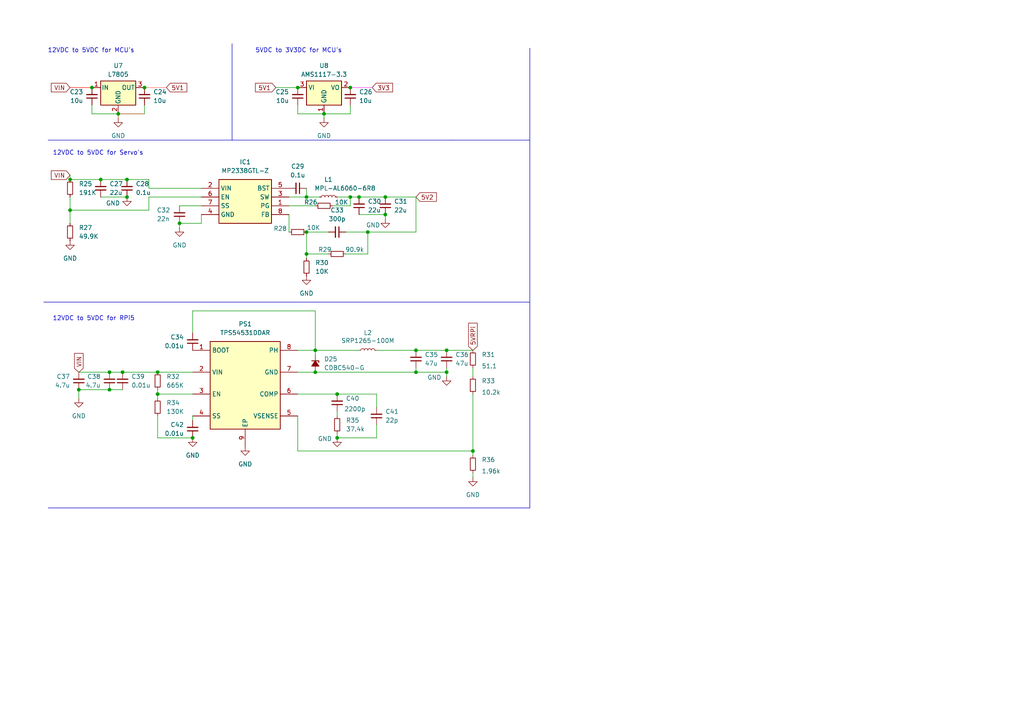
<source format=kicad_sch>
(kicad_sch (version 20231120) (generator "eeschema") (generator_version "8.0")
  (paper "A4")
  (lib_symbols
    (symbol "Device:C_Small" (pin_numbers hide) (pin_names (offset 0.254) hide)
      (property "Reference" "C" (at 0.254 1.778 0))
      (property "Value" "C_Small" (at 0.254 -2.032 0))
      (symbol "C_Small_0_1"
        (polyline (pts (xy -1.524 -0.508) (xy 1.524 -0.508)) (stroke (width 0.3302)))
        (polyline (pts (xy -1.524 0.508) (xy 1.524 0.508)) (stroke (width 0.3048)))
      )
      (symbol "C_Small_1_1"
        (pin passive line (at 0 2.54 270) (length 2.032) (name "~") (number "1"))
        (pin passive line (at 0 -2.54 90) (length 2.032) (name "~") (number "2"))
      )
    )
    (symbol "Device:D_Zener_Small_Filled" (pin_numbers hide) (pin_names (offset 0.254) hide)
      (property "Reference" "D" (at 0 2.286 0))
      (property "Value" "D_Zener_Small_Filled" (at 0 -2.286 0))
      (symbol "D_Zener_Small_Filled_0_1"
        (polyline (pts (xy 0.762 0) (xy -0.762 0)))
        (polyline (pts (xy -0.254 1.016) (xy -0.762 1.016) (xy -0.762 -1.016)) (stroke (width 0.254)))
        (polyline (pts (xy 0.762 1.016) (xy -0.762 0) (xy 0.762 -1.016) (xy 0.762 1.016)) (stroke (width 0.254)) (fill (type outline)))
      )
      (symbol "D_Zener_Small_Filled_1_1"
        (pin passive line (at -2.54 0 0) (length 1.778) (name "K") (number "1"))
        (pin passive line (at 2.54 0 180) (length 1.778) (name "A") (number "2"))
      )
    )
    (symbol "Device:L_Small" (pin_numbers hide) (pin_names (offset 0.254) hide)
      (property "Reference" "L" (at 0.762 1.016 0))
      (property "Value" "L_Small" (at 0.762 -1.016 0))
      (symbol "L_Small_0_1"
        (arc (start 0 -2.032) (mid 0.5058 -1.524) (end 0 -1.016))
        (arc (start 0 -1.016) (mid 0.5058 -0.508) (end 0 0))
        (arc (start 0 0) (mid 0.5058 0.508) (end 0 1.016))
        (arc (start 0 1.016) (mid 0.5058 1.524) (end 0 2.032))
      )
      (symbol "L_Small_1_1"
        (pin passive line (at 0 2.54 270) (length 0.508) (name "~") (number "1"))
        (pin passive line (at 0 -2.54 90) (length 0.508) (name "~") (number "2"))
      )
    )
    (symbol "Device:R_Small" (pin_numbers hide) (pin_names (offset 0.254) hide)
      (property "Reference" "R" (at 0.762 0.508 0))
      (property "Value" "R_Small" (at 0.762 -1.016 0))
      (symbol "R_Small_0_1"
        (rectangle (start -0.762 1.778) (end 0.762 -1.778) (stroke (width 0.2032)))
      )
      (symbol "R_Small_1_1"
        (pin passive line (at 0 2.54 270) (length 0.762) (name "~") (number "1"))
        (pin passive line (at 0 -2.54 90) (length 0.762) (name "~") (number "2"))
      )
    )
    (symbol "MP2338GTL-Z:MP2338GTL-Z"
      (property "Reference" "IC1" (at 12.7 7.62 0))
      (property "Value" "MP2338GTL-Z" (at 12.7 5.08 0))
      (symbol "MP2338GTL-Z_1_1"
        (rectangle (start 5.08 2.54) (end 20.32 -10.16) (stroke (width 0.254)) (fill (type background)))
        (pin passive line (at 25.4 -5.08 180) (length 5.08) (name "PG") (number "1"))
        (pin passive line (at 0 0 0) (length 5.08) (name "VIN") (number "2"))
        (pin passive line (at 25.4 -2.54 180) (length 5.08) (name "SW") (number "3"))
        (pin passive line (at 0 -7.62 0) (length 5.08) (name "GND") (number "4"))
        (pin passive line (at 25.4 0 180) (length 5.08) (name "BST") (number "5"))
        (pin passive line (at 0 -2.54 0) (length 5.08) (name "EN") (number "6"))
        (pin passive line (at 0 -5.08 0) (length 5.08) (name "SS") (number "7"))
        (pin passive line (at 25.4 -7.62 180) (length 5.08) (name "FB") (number "8"))
      )
    )
    (symbol "Regulator_Linear:AMS1117-3.3"
      (property "Reference" "U" (at -3.81 3.175 0))
      (property "Value" "AMS1117-3.3" (at 0 3.175 0))
      (symbol "AMS1117-3.3_0_1"
        (rectangle (start -5.08 -5.08) (end 5.08 1.905) (stroke (width 0.254)) (fill (type background)))
      )
      (symbol "AMS1117-3.3_1_1"
        (pin power_in line (at 0 -7.62 90) (length 2.54) (name "GND") (number "1"))
        (pin power_out line (at 7.62 0 180) (length 2.54) (name "VO") (number "2"))
        (pin power_in line (at -7.62 0 0) (length 2.54) (name "VI") (number "3"))
      )
    )
    (symbol "Regulator_Linear:L7805" (pin_names (offset 0.254))
      (property "Reference" "U" (at -3.81 3.175 0))
      (property "Value" "L7805" (at 0 3.175 0))
      (symbol "L7805_0_1"
        (rectangle (start -5.08 1.905) (end 5.08 -5.08) (stroke (width 0.254)) (fill (type background)))
      )
      (symbol "L7805_1_1"
        (pin power_in line (at -7.62 0 0) (length 2.54) (name "IN") (number "1"))
        (pin power_in line (at 0 -7.62 90) (length 2.54) (name "GND") (number "2"))
        (pin power_out line (at 7.62 0 180) (length 2.54) (name "OUT") (number "3"))
      )
    )
    (symbol "TPS54531DDAR:TPS54531DDAR"
      (property "Reference" "PS1" (at 15.24 7.62 0))
      (property "Value" "TPS54531DDAR" (at 15.24 5.08 0))
      (symbol "TPS54531DDAR_1_1"
        (rectangle (start 5.08 2.54) (end 25.4 -22.86) (stroke (width 0.254)) (fill (type background)))
        (pin passive line (at 0 0 0) (length 5.08) (name "BOOT") (number "1"))
        (pin passive line (at 0 -6.35 0) (length 5.08) (name "VIN") (number "2"))
        (pin passive line (at 0 -12.7 0) (length 5.08) (name "EN") (number "3"))
        (pin passive line (at 0 -19.05 0) (length 5.08) (name "SS") (number "4"))
        (pin passive line (at 30.48 -19.05 180) (length 5.08) (name "VSENSE") (number "5"))
        (pin passive line (at 30.48 -12.7 180) (length 5.08) (name "COMP") (number "6"))
        (pin passive line (at 30.48 -6.35 180) (length 5.08) (name "GND") (number "7"))
        (pin passive line (at 30.48 0 180) (length 5.08) (name "PH") (number "8"))
        (pin passive line (at 15.24 -27.94 90) (length 5.08) (name "EP") (number "9"))
      )
    )
    (symbol "power:GND" (power) (pin_numbers hide) (pin_names (offset 0) hide)
      (property "Value" "GND" (at 0 -3.81 0))
      (symbol "GND_0_1"
        (polyline (pts (xy 0 0) (xy 0 -1.27) (xy 1.27 -1.27) (xy 0 -2.54) (xy -1.27 -1.27) (xy 0 -1.27)))
      )
      (symbol "GND_1_1"
        (pin power_in line (at 0 0 270) (length 0) (name "~") (number "1"))
      )
    )
  )
  (junction (at 106.68 67.31))
  (junction (at 31.75 107.95))
  (junction (at 129.54 101.6))
  (junction (at 111.76 62.23))
  (junction (at 36.83 57.15))
  (junction (at 41.91 25.4))
  (junction (at 86.36 25.4))
  (junction (at 45.72 107.95))
  (junction (at 120.65 107.95))
  (junction (at 31.75 113.03))
  (junction (at 29.21 52.07))
  (junction (at 101.6 57.15))
  (junction (at 88.9 57.15))
  (junction (at 26.67 25.4))
  (junction (at 93.98 33.02))
  (junction (at 137.16 130.81))
  (junction (at 34.29 33.02))
  (junction (at 91.44 107.95))
  (junction (at 97.79 114.3))
  (junction (at 36.83 52.07))
  (junction (at 88.9 73.66))
  (junction (at 22.86 113.03))
  (junction (at 52.07 64.77))
  (junction (at 120.65 101.6))
  (junction (at 97.79 127))
  (junction (at 91.44 101.6))
  (junction (at 35.56 107.95))
  (junction (at 101.6 25.4))
  (junction (at 129.54 107.95))
  (junction (at 20.32 52.07))
  (junction (at 111.76 57.15))
  (junction (at 88.9 67.31))
  (junction (at 55.88 127))
  (junction (at 45.72 114.3))
  (junction (at 20.32 60.96))
  (junction (at 104.14 57.15))
  (wire (pts (xy 104.14 57.15) (xy 111.76 57.15)))
  (wire (pts (xy 109.22 123.19) (xy 109.22 127)))
  (wire (pts (xy 55.88 96.52) (xy 55.88 90.17)))
  (wire (pts (xy 58.42 64.77) (xy 52.07 64.77)))
  (wire (pts (xy 26.67 33.02) (xy 34.29 33.02)))
  (wire (pts (xy 20.32 60.96) (xy 43.18 60.96)))
  (wire (pts (xy 120.65 106.68) (xy 120.65 107.95)))
  (wire (pts (xy 41.91 33.02) (xy 34.29 33.02)) (stroke (width 0) (color 150 75 0 1)))
  (wire (pts (xy 120.65 57.15) (xy 120.65 67.31)))
  (wire (pts (xy 93.98 34.29) (xy 93.98 33.02)))
  (wire (pts (xy 137.16 106.68) (xy 137.16 109.22)))
  (wire (pts (xy 41.91 30.48) (xy 41.91 33.02)))
  (wire (pts (xy 109.22 127) (xy 97.79 127)))
  (wire (pts (xy 120.65 107.95) (xy 91.44 107.95)))
  (wire (pts (xy 101.6 57.15) (xy 104.14 57.15)))
  (wire (pts (xy 31.75 113.03) (xy 35.56 113.03)))
  (wire (pts (xy 88.9 73.66) (xy 95.25 73.66)))
  (wire (pts (xy 43.18 52.07) (xy 43.18 54.61)))
  (wire (pts (xy 86.36 120.65) (xy 86.36 130.81)))
  (wire (pts (xy 20.32 52.07) (xy 29.21 52.07)))
  (wire (pts (xy 43.18 60.96) (xy 43.18 57.15)))
  (wire (pts (xy 106.68 73.66) (xy 100.33 73.66)))
  (wire (pts (xy 129.54 107.95) (xy 129.54 109.22)))
  (wire (pts (xy 88.9 73.66) (xy 88.9 74.93)))
  (wire (pts (xy 55.88 114.3) (xy 45.72 114.3)))
  (wire (pts (xy 55.88 120.65) (xy 55.88 121.92)))
  (wire (pts (xy 104.14 62.23) (xy 111.76 62.23)))
  (wire (pts (xy 88.9 57.15) (xy 92.71 57.15)))
  (wire (pts (xy 97.79 127) (xy 97.79 125.73)))
  (wire (pts (xy 35.56 107.95) (xy 45.72 107.95)))
  (wire (pts (xy 109.22 101.6) (xy 120.65 101.6)))
  (polyline (pts (xy 130.81 40.64) (xy 153.67 40.64)))
  (wire (pts (xy 129.54 106.68) (xy 129.54 107.95)))
  (wire (pts (xy 100.33 67.31) (xy 106.68 67.31)))
  (wire (pts (xy 111.76 57.15) (xy 120.65 57.15)))
  (wire (pts (xy 20.32 60.96) (xy 20.32 64.77)))
  (polyline (pts (xy 153.67 13.97) (xy 153.67 147.32)))
  (wire (pts (xy 88.9 67.31) (xy 95.25 67.31)))
  (wire (pts (xy 58.42 62.23) (xy 58.42 64.77)))
  (wire (pts (xy 137.16 114.3) (xy 137.16 130.81)))
  (wire (pts (xy 101.6 59.69) (xy 96.52 59.69)))
  (wire (pts (xy 120.65 107.95) (xy 129.54 107.95)))
  (wire (pts (xy 20.32 57.15) (xy 20.32 60.96)))
  (wire (pts (xy 22.86 113.03) (xy 22.86 115.57)))
  (wire (pts (xy 97.79 119.38) (xy 97.79 120.65)))
  (wire (pts (xy 52.07 64.77) (xy 52.07 66.04)))
  (wire (pts (xy 80.01 25.4) (xy 86.36 25.4)))
  (polyline (pts (xy 67.31 40.64) (xy 130.81 40.64)))
  (wire (pts (xy 129.54 101.6) (xy 137.16 101.6)))
  (wire (pts (xy 45.72 114.3) (xy 45.72 115.57)))
  (wire (pts (xy 22.86 113.03) (xy 31.75 113.03)))
  (wire (pts (xy 86.36 101.6) (xy 91.44 101.6)))
  (wire (pts (xy 88.9 57.15) (xy 88.9 54.61)))
  (wire (pts (xy 106.68 67.31) (xy 120.65 67.31)))
  (wire (pts (xy 137.16 137.16) (xy 137.16 138.43)))
  (polyline (pts (xy 67.31 12.7) (xy 67.31 40.64)))
  (wire (pts (xy 111.76 63.5) (xy 111.76 62.23)))
  (wire (pts (xy 86.36 30.48) (xy 86.36 33.02)))
  (wire (pts (xy 45.72 120.65) (xy 45.72 127)))
  (wire (pts (xy 86.36 107.95) (xy 91.44 107.95)))
  (wire (pts (xy 83.82 59.69) (xy 91.44 59.69)))
  (wire (pts (xy 109.22 118.11) (xy 109.22 114.3)))
  (wire (pts (xy 20.32 25.4) (xy 26.67 25.4)) (stroke (width 0) (color 255 15 8 1)))
  (wire (pts (xy 22.86 107.95) (xy 31.75 107.95)))
  (wire (pts (xy 101.6 25.4) (xy 107.95 25.4)) (stroke (width 0) (color 255 54 240 1)))
  (polyline (pts (xy 13.97 147.32) (xy 153.67 147.32)))
  (wire (pts (xy 137.16 130.81) (xy 86.36 130.81)))
  (wire (pts (xy 45.72 107.95) (xy 55.88 107.95)))
  (wire (pts (xy 97.79 57.15) (xy 101.6 57.15)))
  (wire (pts (xy 43.18 57.15) (xy 58.42 57.15)))
  (wire (pts (xy 34.29 33.02) (xy 34.29 34.29)) (stroke (width 0) (color 150 75 0 1)))
  (polyline (pts (xy 13.97 40.64) (xy 67.31 40.64)))
  (wire (pts (xy 29.21 57.15) (xy 36.83 57.15)))
  (wire (pts (xy 41.91 25.4) (xy 48.26 25.4)) (stroke (width 0) (color 255 110 95 1)))
  (wire (pts (xy 43.18 54.61) (xy 58.42 54.61)))
  (wire (pts (xy 52.07 59.69) (xy 58.42 59.69)))
  (wire (pts (xy 86.36 114.3) (xy 97.79 114.3)))
  (wire (pts (xy 88.9 67.31) (xy 88.9 73.66)))
  (wire (pts (xy 83.82 62.23) (xy 83.82 67.31)))
  (wire (pts (xy 86.36 33.02) (xy 93.98 33.02)))
  (wire (pts (xy 93.98 33.02) (xy 101.6 33.02)))
  (wire (pts (xy 45.72 114.3) (xy 45.72 113.03)))
  (wire (pts (xy 45.72 127) (xy 55.88 127)))
  (polyline (pts (xy 12.7 87.63) (xy 153.67 87.63)))
  (wire (pts (xy 101.6 30.48) (xy 101.6 33.02)))
  (wire (pts (xy 137.16 130.81) (xy 137.16 132.08)))
  (wire (pts (xy 83.82 57.15) (xy 88.9 57.15)))
  (wire (pts (xy 31.75 107.95) (xy 35.56 107.95)))
  (wire (pts (xy 26.67 30.48) (xy 26.67 33.02)))
  (wire (pts (xy 91.44 90.17) (xy 91.44 101.6)))
  (wire (pts (xy 36.83 52.07) (xy 43.18 52.07)))
  (wire (pts (xy 29.21 52.07) (xy 36.83 52.07)))
  (wire (pts (xy 55.88 90.17) (xy 91.44 90.17)))
  (wire (pts (xy 20.32 50.8) (xy 20.32 52.07)))
  (wire (pts (xy 106.68 67.31) (xy 106.68 73.66)))
  (wire (pts (xy 97.79 114.3) (xy 109.22 114.3)))
  (wire (pts (xy 120.65 101.6) (xy 129.54 101.6)))
  (wire (pts (xy 101.6 57.15) (xy 101.6 59.69)))
  (wire (pts (xy 91.44 101.6) (xy 104.14 101.6)))
  (wire (pts (xy 91.44 101.6) (xy 91.44 102.87)))
  (text "12VDC to 5VDC for Servo's\n" (at 28.448 44.45 0) (effects (font (size 1.27 1.27))))
  (text "12VDC to 5VDC for RPi5" (at 27.178 92.456 0) (effects (font (size 1.27 1.27))))
  (text "5VDC to 3V3DC for MCU's" (at 86.614 14.732 0) (effects (font (size 1.27 1.27))))
  (text "12VDC to 5VDC for MCU's" (at 26.416 14.732 0) (effects (font (size 1.27 1.27))))
  (global_label "5VRPi" (shape input) (at 137.16 101.6 90) (property "Intersheetrefs" "${INTERSHEET_REFS}" (effects (hide yes))))
  (global_label "5V1" (shape input) (at 80.01 25.4 180) (property "Intersheetrefs" "${INTERSHEET_REFS}" (effects (hide yes))))
  (global_label "VIN" (shape input) (at 20.32 25.4 180) (property "Intersheetrefs" "${INTERSHEET_REFS}" (effects (hide yes))))
  (global_label "3V3" (shape input) (at 107.95 25.4 0) (property "Intersheetrefs" "${INTERSHEET_REFS}" (effects (hide yes))))
  (global_label "VIN" (shape input) (at 20.32 50.8 180) (property "Intersheetrefs" "${INTERSHEET_REFS}" (effects (hide yes))))
  (global_label "VIN" (shape input) (at 22.86 107.95 90) (property "Intersheetrefs" "${INTERSHEET_REFS}" (effects (hide yes))))
  (global_label "5V1" (shape input) (at 48.26 25.4 0) (property "Intersheetrefs" "${INTERSHEET_REFS}" (effects (hide yes))))
  (global_label "5V2" (shape input) (at 120.65 57.15 0) (property "Intersheetrefs" "${INTERSHEET_REFS}" (effects (hide yes))))
  (symbol (lib_id "Device:C_Small") (at 41.91 27.94 180) (unit 1)
    (property "Reference" "C24" (at 44.45 26.6635 0) (effects (justify right)))
    (property "Value" "10u" (at 44.45 29.2035 0) (effects (justify right)))
    (property "Footprint" "Capacitor_SMD:C_0805_2012Metric" (effects (hide yes)))
    (property "Description" "Unpolarized capacitor, small symbol" (effects (hide yes)))
  )
  (symbol (lib_id "Device:R_Small") (at 137.16 134.62 0) (unit 1)
    (property "Reference" "R36" (at 139.7 133.3499 0) (effects (justify left)))
    (property "Value" "1.96k" (at 139.7 136.652 0) (effects (justify left)))
    (property "Footprint" "Resistor_SMD:R_0805_2012Metric" (effects (hide yes)))
    (property "Description" "Resistor, small symbol" (effects (hide yes)))
  )
  (symbol (lib_id "Device:C_Small") (at 35.56 110.49 180) (unit 1)
    (property "Reference" "C39" (at 38.1 109.2135 0) (effects (justify right)))
    (property "Value" "0.01u" (at 38.1 111.7535 0) (effects (justify right)))
    (property "Footprint" "Capacitor_SMD:C_0805_2012Metric" (effects (hide yes)))
    (property "Description" "Unpolarized capacitor, small symbol" (effects (hide yes)))
  )
  (symbol (lib_id "Device:R_Small") (at 86.36 67.31 90) (unit 1)
    (property "Reference" "R28" (at 81.28 66.294 90))
    (property "Value" "10K" (at 90.932 66.04 90))
    (property "Footprint" "Resistor_SMD:R_0805_2012Metric" (effects (hide yes)))
    (property "Description" "Resistor, small symbol" (effects (hide yes)))
  )
  (symbol (lib_id "Device:C_Small") (at 120.65 104.14 180) (unit 1)
    (property "Reference" "C35" (at 123.19 102.8635 0) (effects (justify right)))
    (property "Value" "47u" (at 123.19 105.4035 0) (effects (justify right)))
    (property "Footprint" "Capacitor_SMD:C_0805_2012Metric" (effects (hide yes)))
    (property "Description" "Unpolarized capacitor, small symbol" (effects (hide yes)))
  )
  (symbol (lib_id "Device:C_Small") (at 86.36 54.61 270) (unit 1)
    (property "Reference" "C29" (at 86.3536 48.26 90))
    (property "Value" "0.1u" (at 86.3536 50.8 90))
    (property "Footprint" "Capacitor_SMD:C_0805_2012Metric" (effects (hide yes)))
    (property "Description" "Unpolarized capacitor, small symbol" (effects (hide yes)))
  )
  (symbol (lib_id "Device:C_Small") (at 97.79 67.31 270) (unit 1)
    (property "Reference" "C33" (at 97.7836 60.96 90))
    (property "Value" "300p" (at 97.7836 63.5 90))
    (property "Footprint" "Capacitor_SMD:C_0805_2012Metric" (effects (hide yes)))
    (property "Description" "Unpolarized capacitor, small symbol" (effects (hide yes)))
  )
  (symbol (lib_id "power:GND") (at 52.07 66.04 0) (unit 1)
    (property "Reference" "#PWR029" (effects (hide yes)))
    (property "Value" "GND" (at 52.07 71.12 0))
    (property "Description" "Power symbol creates a global label with name \"GND\" , ground" (effects (hide yes)))
  )
  (symbol (lib_id "Device:C_Small") (at 101.6 27.94 180) (unit 1)
    (property "Reference" "C26" (at 104.14 26.6635 0) (effects (justify right)))
    (property "Value" "10u" (at 104.14 29.2035 0) (effects (justify right)))
    (property "Footprint" "Capacitor_SMD:C_0805_2012Metric" (effects (hide yes)))
    (property "Description" "Unpolarized capacitor, small symbol" (effects (hide yes)))
  )
  (symbol (lib_id "Device:R_Small") (at 20.32 54.61 0) (unit 1)
    (property "Reference" "R25" (at 22.86 53.3399 0) (effects (justify left)))
    (property "Value" "191K" (at 22.86 55.8799 0) (effects (justify left)))
    (property "Footprint" "Resistor_SMD:R_0805_2012Metric" (effects (hide yes)))
    (property "Description" "Resistor, small symbol" (effects (hide yes)))
  )
  (symbol (lib_id "power:GND") (at 97.79 127 0) (unit 1)
    (property "Reference" "#PWR035" (effects (hide yes)))
    (property "Value" "GND" (at 94.234 127.254 0))
    (property "Description" "Power symbol creates a global label with name \"GND\" , ground" (effects (hide yes)))
  )
  (symbol (lib_id "Device:C_Small") (at 86.36 27.94 180) (unit 1)
    (property "Reference" "C25" (at 83.82 26.6635 0) (effects (justify left)))
    (property "Value" "10u" (at 83.82 29.2035 0) (effects (justify left)))
    (property "Footprint" "Capacitor_SMD:C_0805_2012Metric" (effects (hide yes)))
    (property "Description" "Unpolarized capacitor, small symbol" (effects (hide yes)))
  )
  (symbol (lib_id "Device:C_Small") (at 55.88 99.06 180) (unit 1)
    (property "Reference" "C34" (at 53.34 97.7835 0) (effects (justify left)))
    (property "Value" "0.01u" (at 53.34 100.3235 0) (effects (justify left)))
    (property "Footprint" "Capacitor_SMD:C_0805_2012Metric" (effects (hide yes)))
    (property "Description" "Unpolarized capacitor, small symbol" (effects (hide yes)))
  )
  (symbol (lib_id "Device:C_Small") (at 31.75 110.49 180) (unit 1)
    (property "Reference" "C38" (at 29.21 109.2135 0) (effects (justify left)))
    (property "Value" "4.7u" (at 29.21 111.7535 0) (effects (justify left)))
    (property "Footprint" "Capacitor_SMD:C_0805_2012Metric" (effects (hide yes)))
    (property "Description" "Unpolarized capacitor, small symbol" (effects (hide yes)))
  )
  (symbol (lib_id "Device:D_Zener_Small_Filled") (at 91.44 105.41 270) (unit 1)
    (property "Reference" "D25" (at 93.98 104.1399 90) (effects (justify left)))
    (property "Value" "CDBC540-G" (at 93.98 106.6799 90) (effects (justify left)))
    (property "Footprint" "Diode_SMD:D_SMC" (effects (hide yes)))
    (property "Description" "Zener diode, small symbol, filled shape" (effects (hide yes)))
  )
  (symbol (lib_id "Device:L_Small") (at 95.25 57.15 90) (unit 1)
    (property "Reference" "L1" (at 95.25 52.07 90))
    (property "Value" "MPL-AL6060-6R8" (at 100.076 54.61 90))
    (property "Footprint" "Inductor_SMD:L_Coilcraft_XAL6060-XXX" (effects (hide yes)))
    (property "Description" "Inductor, small symbol" (effects (hide yes)))
  )
  (symbol (lib_id "Device:R_Small") (at 93.98 59.69 270) (unit 1)
    (property "Reference" "R26" (at 90.17 58.674 90))
    (property "Value" "10K" (at 99.06 58.674 90))
    (property "Footprint" "Resistor_SMD:R_0805_2012Metric" (effects (hide yes)))
    (property "Description" "Resistor, small symbol" (effects (hide yes)))
  )
  (symbol (lib_id "Device:L_Small") (at 106.68 101.6 90) (unit 1)
    (property "Reference" "L2" (at 106.68 96.52 90))
    (property "Value" "SRP1265-100M" (at 106.68 98.806 90))
    (property "Footprint" "Inductor_SMD:L_Bourns_SRR1260" (effects (hide yes)))
    (property "Description" "Inductor, small symbol" (effects (hide yes)))
  )
  (symbol (lib_id "Device:C_Small") (at 55.88 124.46 180) (unit 1)
    (property "Reference" "C42" (at 53.34 123.1835 0) (effects (justify left)))
    (property "Value" "0.01u" (at 53.34 125.7235 0) (effects (justify left)))
    (property "Footprint" "Capacitor_SMD:C_0805_2012Metric" (effects (hide yes)))
    (property "Description" "Unpolarized capacitor, small symbol" (effects (hide yes)))
  )
  (symbol (lib_id "Device:C_Small") (at 29.21 54.61 180) (unit 1)
    (property "Reference" "C27" (at 31.75 53.3335 0) (effects (justify right)))
    (property "Value" "22u" (at 31.75 55.8735 0) (effects (justify right)))
    (property "Footprint" "Capacitor_SMD:C_0805_2012Metric" (effects (hide yes)))
    (property "Description" "Unpolarized capacitor, small symbol" (effects (hide yes)))
  )
  (symbol (lib_id "Device:R_Small") (at 45.72 118.11 0) (unit 1)
    (property "Reference" "R34" (at 48.26 116.8399 0) (effects (justify left)))
    (property "Value" "130K" (at 48.26 119.3799 0) (effects (justify left)))
    (property "Footprint" "Resistor_SMD:R_0805_2012Metric" (effects (hide yes)))
    (property "Description" "Resistor, small symbol" (effects (hide yes)))
  )
  (symbol (lib_id "power:GND") (at 71.12 129.54 0) (unit 1)
    (property "Reference" "#PWR036" (effects (hide yes)))
    (property "Value" "GND" (at 71.12 134.62 0))
    (property "Description" "Power symbol creates a global label with name \"GND\" , ground" (effects (hide yes)))
  )
  (symbol (lib_id "Device:R_Small") (at 20.32 67.31 0) (unit 1)
    (property "Reference" "R27" (at 22.86 66.0399 0) (effects (justify left)))
    (property "Value" "49.9K" (at 22.86 68.5799 0) (effects (justify left)))
    (property "Footprint" "Resistor_SMD:R_0805_2012Metric" (effects (hide yes)))
    (property "Description" "Resistor, small symbol" (effects (hide yes)))
  )
  (symbol (lib_id "power:GND") (at 34.29 34.29 0) (unit 1)
    (property "Reference" "#PWR025" (effects (hide yes)))
    (property "Value" "GND" (at 34.29 39.37 0))
    (property "Description" "Power symbol creates a global label with name \"GND\" , ground" (effects (hide yes)))
  )
  (symbol (lib_id "Device:R_Small") (at 45.72 110.49 0) (unit 1)
    (property "Reference" "R32" (at 48.26 109.2199 0) (effects (justify left)))
    (property "Value" "665K" (at 48.26 111.7599 0) (effects (justify left)))
    (property "Footprint" "Resistor_SMD:R_0805_2012Metric" (effects (hide yes)))
    (property "Description" "Resistor, small symbol" (effects (hide yes)))
  )
  (symbol (lib_id "Device:R_Small") (at 97.79 73.66 270) (unit 1)
    (property "Reference" "R29" (at 94.234 72.39 90))
    (property "Value" "90.9k" (at 102.87 72.39 90))
    (property "Footprint" "Resistor_SMD:R_0805_2012Metric" (effects (hide yes)))
    (property "Description" "Resistor, small symbol" (effects (hide yes)))
  )
  (symbol (lib_id "Device:R_Small") (at 88.9 77.47 180) (unit 1)
    (property "Reference" "R30" (at 91.44 76.1999 0) (effects (justify right)))
    (property "Value" "10K" (at 91.44 78.7399 0) (effects (justify right)))
    (property "Footprint" "Resistor_SMD:R_0805_2012Metric" (effects (hide yes)))
    (property "Description" "Resistor, small symbol" (effects (hide yes)))
  )
  (symbol (lib_id "Regulator_Linear:AMS1117-3.3") (at 93.98 25.4 0) (unit 1)
    (property "Reference" "U8" (at 93.98 19.05 0))
    (property "Value" "AMS1117-3.3" (at 93.98 21.59 0))
    (property "Footprint" "Package_TO_SOT_SMD:SOT-223-3_TabPin2" (effects (hide yes)))
    (property "Datasheet" "http://www.advanced-monolithic.com/pdf/ds1117.pdf" (effects (hide yes)))
    (property "Description" "1A Low Dropout regulator, positive, 3.3V fixed output, SOT-223" (effects (hide yes)))
  )
  (symbol (lib_id "Device:C_Small") (at 97.79 116.84 180) (unit 1)
    (property "Reference" "C40" (at 100.33 115.5635 0) (effects (justify right)))
    (property "Value" "2200p" (at 99.822 118.618 0) (effects (justify right)))
    (property "Footprint" "Capacitor_SMD:C_0805_2012Metric" (effects (hide yes)))
    (property "Description" "Unpolarized capacitor, small symbol" (effects (hide yes)))
  )
  (symbol (lib_id "power:GND") (at 20.32 69.85 0) (unit 1)
    (property "Reference" "#PWR030" (effects (hide yes)))
    (property "Value" "GND" (at 20.32 74.93 0))
    (property "Description" "Power symbol creates a global label with name \"GND\" , ground" (effects (hide yes)))
  )
  (symbol (lib_id "Device:C_Small") (at 129.54 104.14 180) (unit 1)
    (property "Reference" "C36" (at 132.08 102.8635 0) (effects (justify right)))
    (property "Value" "47u" (at 132.08 105.4035 0) (effects (justify right)))
    (property "Footprint" "Capacitor_SMD:C_0805_2012Metric" (effects (hide yes)))
    (property "Description" "Unpolarized capacitor, small symbol" (effects (hide yes)))
  )
  (symbol (lib_id "Device:R_Small") (at 137.16 104.14 0) (unit 1)
    (property "Reference" "R31" (at 139.7 102.8699 0) (effects (justify left)))
    (property "Value" "51.1" (at 139.7 106.172 0) (effects (justify left)))
    (property "Footprint" "Resistor_SMD:R_0805_2012Metric" (effects (hide yes)))
    (property "Description" "Resistor, small symbol" (effects (hide yes)))
  )
  (symbol (lib_id "power:GND") (at 55.88 127 0) (unit 1)
    (property "Reference" "#PWR034" (effects (hide yes)))
    (property "Value" "GND" (at 55.88 132.08 0))
    (property "Description" "Power symbol creates a global label with name \"GND\" , ground" (effects (hide yes)))
  )
  (symbol (lib_id "Device:C_Small") (at 36.83 54.61 180) (unit 1)
    (property "Reference" "C28" (at 39.37 53.3335 0) (effects (justify right)))
    (property "Value" "0.1u" (at 39.37 55.8735 0) (effects (justify right)))
    (property "Footprint" "Capacitor_SMD:C_0805_2012Metric" (effects (hide yes)))
    (property "Description" "Unpolarized capacitor, small symbol" (effects (hide yes)))
  )
  (symbol (lib_id "power:GND") (at 22.86 115.57 0) (unit 1)
    (property "Reference" "#PWR033" (effects (hide yes)))
    (property "Value" "GND" (at 22.86 120.65 0))
    (property "Description" "Power symbol creates a global label with name \"GND\" , ground" (effects (hide yes)))
  )
  (symbol (lib_id "Device:C_Small") (at 111.76 59.69 180) (unit 1)
    (property "Reference" "C31" (at 114.3 58.4135 0) (effects (justify right)))
    (property "Value" "22u" (at 114.3 60.9535 0) (effects (justify right)))
    (property "Footprint" "Capacitor_SMD:C_0805_2012Metric" (effects (hide yes)))
    (property "Description" "Unpolarized capacitor, small symbol" (effects (hide yes)))
  )
  (symbol (lib_id "Device:C_Small") (at 109.22 120.65 180) (unit 1)
    (property "Reference" "C41" (at 111.76 119.3735 0) (effects (justify right)))
    (property "Value" "22p" (at 111.76 121.9135 0) (effects (justify right)))
    (property "Footprint" "Capacitor_SMD:C_0805_2012Metric" (effects (hide yes)))
    (property "Description" "Unpolarized capacitor, small symbol" (effects (hide yes)))
  )
  (symbol (lib_id "Device:C_Small") (at 26.67 27.94 180) (unit 1)
    (property "Reference" "C23" (at 24.13 26.6635 0) (effects (justify left)))
    (property "Value" "10u" (at 24.13 29.2035 0) (effects (justify left)))
    (property "Footprint" "Capacitor_SMD:C_0805_2012Metric" (effects (hide yes)))
    (property "Description" "Unpolarized capacitor, small symbol" (effects (hide yes)))
  )
  (symbol (lib_id "Device:R_Small") (at 97.79 123.19 0) (unit 1)
    (property "Reference" "R35" (at 100.33 121.9199 0) (effects (justify left)))
    (property "Value" "37.4k" (at 100.33 124.4599 0) (effects (justify left)))
    (property "Footprint" "Resistor_SMD:R_0805_2012Metric" (effects (hide yes)))
    (property "Description" "Resistor, small symbol" (effects (hide yes)))
  )
  (symbol (lib_id "MP2338GTL-Z:MP2338GTL-Z") (at 58.42 54.61 0) (unit 1)
    (property "Reference" "IC1" (at 71.12 46.99 0))
    (property "Value" "MP2338GTL-Z" (at 71.12 49.53 0))
    (property "Footprint" "MP2338GTL-Z:MP2338GTLZ" (effects (hide yes)))
    (property "Datasheet" "https://www.monolithicpower.com/en/documentview/productdocument/index/version/2/document_type/Datasheet/lang/en/sku/MP2338GTL/document_id/9461/" (effects (hide yes)))
    (property "Description" "Switching Voltage Regulators High-Efficiency,28V,3A,430kHz Synchronous Buck with PG and ext.SS In SOT583 Package" (effects (hide yes)))
    (property "Height" "0.6" (effects (hide yes)))
    (property "Mouser Part Number" "946-MP2338GTL-Z" (effects (hide yes)))
    (property "Mouser Price/Stock" "https://www.mouser.co.uk/ProductDetail/Monolithic-Power-Systems-MPS/MP2338GTL-Z?qs=Li%252BoUPsLEnuizxbD7Jo%252B7w%3D%3D" (effects (hide yes)))
    (property "Manufacturer_Name" "Monolithic Power Systems (MPS)" (effects (hide yes)))
    (property "Manufacturer_Part_Number" "MP2338GTL-Z" (effects (hide yes)))
  )
  (symbol (lib_id "power:GND") (at 93.98 34.29 0) (unit 1)
    (property "Reference" "#PWR026" (effects (hide yes)))
    (property "Value" "GND" (at 93.98 39.37 0))
    (property "Description" "Power symbol creates a global label with name \"GND\" , ground" (effects (hide yes)))
  )
  (symbol (lib_id "power:GND") (at 137.16 138.43 0) (unit 1)
    (property "Reference" "#PWR037" (effects (hide yes)))
    (property "Value" "GND" (at 137.16 143.51 0))
    (property "Description" "Power symbol creates a global label with name \"GND\" , ground" (effects (hide yes)))
  )
  (symbol (lib_id "Device:C_Small") (at 104.14 59.69 180) (unit 1)
    (property "Reference" "C30" (at 106.68 58.4135 0) (effects (justify right)))
    (property "Value" "22u" (at 106.68 60.9535 0) (effects (justify right)))
    (property "Footprint" "Capacitor_SMD:C_0805_2012Metric" (effects (hide yes)))
    (property "Description" "Unpolarized capacitor, small symbol" (effects (hide yes)))
  )
  (symbol (lib_id "Regulator_Linear:L7805") (at 34.29 25.4 0) (unit 1)
    (property "Reference" "U7" (at 34.29 19.05 0))
    (property "Value" "L7805" (at 34.29 21.59 0))
    (property "Footprint" "Package_TO_SOT_SMD:TO-252-2" (effects (hide yes)))
    (property "Datasheet" "http://www.st.com/content/ccc/resource/technical/document/datasheet/41/4f/b3/b0/12/d4/47/88/CD00000444.pdf/files/CD00000444.pdf/jcr:content/translations/en.CD00000444.pdf" (effects (hide yes)))
    (property "Description" "Positive 1.5A 35V Linear Regulator, Fixed Output 5V, TO-220/TO-263/TO-252" (effects (hide yes)))
  )
  (symbol (lib_id "power:GND") (at 111.76 63.5 0) (unit 1)
    (property "Reference" "#PWR028" (effects (hide yes)))
    (property "Value" "GND" (at 108.204 65.278 0))
    (property "Description" "Power symbol creates a global label with name \"GND\" , ground" (effects (hide yes)))
  )
  (symbol (lib_id "Device:C_Small") (at 52.07 62.23 180) (unit 1)
    (property "Reference" "C32" (at 45.466 60.96 0) (effects (justify right)))
    (property "Value" "22n" (at 45.466 63.5 0) (effects (justify right)))
    (property "Footprint" "Capacitor_SMD:C_0805_2012Metric" (effects (hide yes)))
    (property "Description" "Unpolarized capacitor, small symbol" (effects (hide yes)))
  )
  (symbol (lib_id "Device:R_Small") (at 137.16 111.76 0) (unit 1)
    (property "Reference" "R33" (at 139.7 110.4899 0) (effects (justify left)))
    (property "Value" "10.2k" (at 139.7 113.792 0) (effects (justify left)))
    (property "Footprint" "Resistor_SMD:R_0805_2012Metric" (effects (hide yes)))
    (property "Description" "Resistor, small symbol" (effects (hide yes)))
  )
  (symbol (lib_id "TPS54531DDAR:TPS54531DDAR") (at 55.88 101.6 0) (unit 1)
    (property "Reference" "PS1" (at 71.12 93.98 0))
    (property "Value" "TPS54531DDAR" (at 71.12 96.52 0))
    (property "Footprint" "TPS54531DDAR:SOIC127P600X170-9N" (effects (hide yes)))
    (property "Datasheet" "http://www.ti.com/lit/gpn/tps54531" (effects (hide yes)))
    (property "Description" "3.5V to 28V Input, 5A, 570kHz Step-Down Converter with Eco-mode" (effects (hide yes)))
    (property "Height" "1.7" (effects (hide yes)))
    (property "Mouser Part Number" "595-TPS54531DDAR" (effects (hide yes)))
    (property "Mouser Price/Stock" "https://www.mouser.co.uk/ProductDetail/Texas-Instruments/TPS54531DDAR?qs=jA5Ki6243onykODzUePbag%3D%3D" (effects (hide yes)))
    (property "Manufacturer_Name" "Texas Instruments" (effects (hide yes)))
    (property "Manufacturer_Part_Number" "TPS54531DDAR" (effects (hide yes)))
  )
  (symbol (lib_id "power:GND") (at 88.9 80.01 0) (unit 1)
    (property "Reference" "#PWR031" (effects (hide yes)))
    (property "Value" "GND" (at 88.9 85.09 0))
    (property "Description" "Power symbol creates a global label with name \"GND\" , ground" (effects (hide yes)))
  )
  (symbol (lib_id "power:GND") (at 36.83 57.15 0) (unit 1)
    (property "Reference" "#PWR027" (effects (hide yes)))
    (property "Value" "GND" (at 32.766 58.928 0))
    (property "Description" "Power symbol creates a global label with name \"GND\" , ground" (effects (hide yes)))
  )
  (symbol (lib_id "Device:C_Small") (at 22.86 110.49 180) (unit 1)
    (property "Reference" "C37" (at 20.32 109.2135 0) (effects (justify left)))
    (property "Value" "4.7u" (at 20.32 111.7535 0) (effects (justify left)))
    (property "Footprint" "Capacitor_SMD:C_0805_2012Metric" (effects (hide yes)))
    (property "Description" "Unpolarized capacitor, small symbol" (effects (hide yes)))
  )
  (symbol (lib_id "power:GND") (at 129.54 109.22 0) (unit 1)
    (property "Reference" "#PWR032" (effects (hide yes)))
    (property "Value" "GND" (at 125.984 109.474 0))
    (property "Description" "Power symbol creates a global label with name \"GND\" , ground" (effects (hide yes)))
  )
)
</source>
